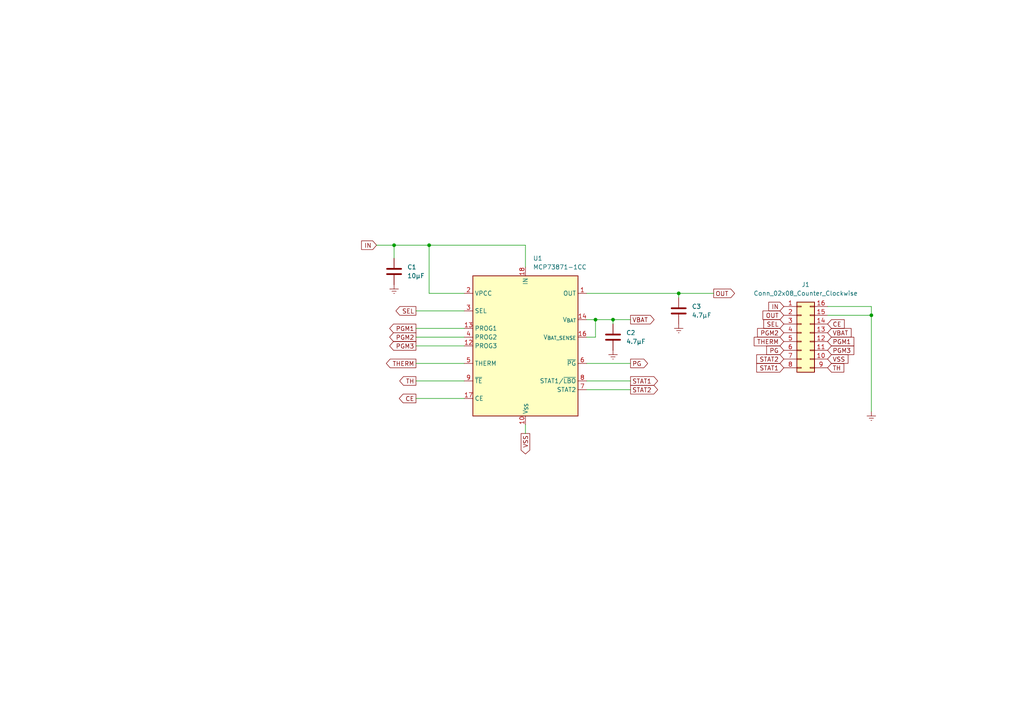
<source format=kicad_sch>
(kicad_sch (version 20230121) (generator eeschema)
  (paper "A4")
  (lib_symbols
    (symbol "Battery_Management:MCP73871-1CC"
      (property "Reference" "U" (at -7.62 24.13 0))
      (property "Value" "MCP73871-1CC" (at -15.24 21.59 0))
      (symbol "MCP73871-1CC_0_1"
        (rectangle (start -15.24 20.32) (end 15.24 -20.32) (stroke (width 0.254)) (fill (type background)))
      )
      (symbol "MCP73871-1CC_1_1"
        (pin power_out line (at 17.78 15.24 180) (length 2.54) (name "OUT") (number "1"))
        (pin power_in line (at 0 -22.86 90) (length 2.54) (name "V_{SS}") (number "10"))
        (pin passive line (at 0 -22.86 90) (length 2.54) hide (name "V_{SS}") (number "11"))
        (pin bidirectional line (at -17.78 0 0) (length 2.54) (name "PROG3") (number "12"))
        (pin bidirectional line (at -17.78 5.08 0) (length 2.54) (name "PROG1") (number "13"))
        (pin power_out line (at 17.78 7.62 180) (length 2.54) (name "V_{BAT}") (number "14"))
        (pin passive line (at 17.78 7.62 180) (length 2.54) hide (name "V_{BAT}") (number "15"))
        (pin input line (at 17.78 2.54 180) (length 2.54) (name "V_{BAT_SENSE}") (number "16"))
        (pin input line (at -17.78 -15.24 0) (length 2.54) (name "CE") (number "17"))
        (pin power_in line (at 0 22.86 270) (length 2.54) (name "IN") (number "18"))
        (pin passive line (at 0 22.86 270) (length 2.54) hide (name "IN") (number "19"))
        (pin input line (at -17.78 15.24 0) (length 2.54) (name "VPCC") (number "2"))
        (pin passive line (at 17.78 15.24 180) (length 2.54) hide (name "OUT") (number "20"))
        (pin passive line (at 0 -22.86 90) (length 2.54) hide (name "V_{SS}") (number "21"))
        (pin input line (at -17.78 10.16 0) (length 2.54) (name "SEL") (number "3"))
        (pin input line (at -17.78 2.54 0) (length 2.54) (name "PROG2") (number "4"))
        (pin bidirectional line (at -17.78 -5.08 0) (length 2.54) (name "THERM") (number "5"))
        (pin open_collector line (at 17.78 -5.08 180) (length 2.54) (name "~{PG}") (number "6"))
        (pin open_collector line (at 17.78 -12.7 180) (length 2.54) (name "STAT2") (number "7"))
        (pin open_collector line (at 17.78 -10.16 180) (length 2.54) (name "STAT1/~{LBO}") (number "8"))
        (pin input line (at -17.78 -10.16 0) (length 2.54) (name "~{TE}") (number "9"))
      )
    )
    (symbol "Connector_Generic:Conn_02x08_Counter_Clockwise" (pin_names (offset 1.016) hide)
      (property "Reference" "J" (at 1.27 10.16 0))
      (property "Value" "Conn_02x08_Counter_Clockwise" (at 1.27 -12.7 0))
      (symbol "Conn_02x08_Counter_Clockwise_1_1"
        (rectangle (start -1.27 -10.033) (end 0 -10.287) (stroke (width 0.1524)))
        (rectangle (start -1.27 -7.493) (end 0 -7.747) (stroke (width 0.1524)))
        (rectangle (start -1.27 -4.953) (end 0 -5.207) (stroke (width 0.1524)))
        (rectangle (start -1.27 -2.413) (end 0 -2.667) (stroke (width 0.1524)))
        (rectangle (start -1.27 0.127) (end 0 -0.127) (stroke (width 0.1524)))
        (rectangle (start -1.27 2.667) (end 0 2.413) (stroke (width 0.1524)))
        (rectangle (start -1.27 5.207) (end 0 4.953) (stroke (width 0.1524)))
        (rectangle (start -1.27 7.747) (end 0 7.493) (stroke (width 0.1524)))
        (rectangle (start -1.27 8.89) (end 3.81 -11.43) (stroke (width 0.254)) (fill (type background)))
        (rectangle (start 3.81 -10.033) (end 2.54 -10.287) (stroke (width 0.1524)))
        (rectangle (start 3.81 -7.493) (end 2.54 -7.747) (stroke (width 0.1524)))
        (rectangle (start 3.81 -4.953) (end 2.54 -5.207) (stroke (width 0.1524)))
        (rectangle (start 3.81 -2.413) (end 2.54 -2.667) (stroke (width 0.1524)))
        (rectangle (start 3.81 0.127) (end 2.54 -0.127) (stroke (width 0.1524)))
        (rectangle (start 3.81 2.667) (end 2.54 2.413) (stroke (width 0.1524)))
        (rectangle (start 3.81 5.207) (end 2.54 4.953) (stroke (width 0.1524)))
        (rectangle (start 3.81 7.747) (end 2.54 7.493) (stroke (width 0.1524)))
        (pin passive line (at -5.08 7.62 0) (length 3.81) (name "Pin_1") (number "1"))
        (pin passive line (at 7.62 -7.62 180) (length 3.81) (name "Pin_10") (number "10"))
        (pin passive line (at 7.62 -5.08 180) (length 3.81) (name "Pin_11") (number "11"))
        (pin passive line (at 7.62 -2.54 180) (length 3.81) (name "Pin_12") (number "12"))
        (pin passive line (at 7.62 0 180) (length 3.81) (name "Pin_13") (number "13"))
        (pin passive line (at 7.62 2.54 180) (length 3.81) (name "Pin_14") (number "14"))
        (pin passive line (at 7.62 5.08 180) (length 3.81) (name "Pin_15") (number "15"))
        (pin passive line (at 7.62 7.62 180) (length 3.81) (name "Pin_16") (number "16"))
        (pin passive line (at -5.08 5.08 0) (length 3.81) (name "Pin_2") (number "2"))
        (pin passive line (at -5.08 2.54 0) (length 3.81) (name "Pin_3") (number "3"))
        (pin passive line (at -5.08 0 0) (length 3.81) (name "Pin_4") (number "4"))
        (pin passive line (at -5.08 -2.54 0) (length 3.81) (name "Pin_5") (number "5"))
        (pin passive line (at -5.08 -5.08 0) (length 3.81) (name "Pin_6") (number "6"))
        (pin passive line (at -5.08 -7.62 0) (length 3.81) (name "Pin_7") (number "7"))
        (pin passive line (at -5.08 -10.16 0) (length 3.81) (name "Pin_8") (number "8"))
        (pin passive line (at 7.62 -10.16 180) (length 3.81) (name "Pin_9") (number "9"))
      )
    )
    (symbol "Device:C" (pin_numbers hide) (pin_names (offset 0.254))
      (property "Reference" "C" (at 0.635 2.54 0))
      (property "Value" "C" (at 0.635 -2.54 0))
      (symbol "C_0_1"
        (polyline (pts (xy -2.032 -0.762) (xy 2.032 -0.762)) (stroke (width 0.508)))
        (polyline (pts (xy -2.032 0.762) (xy 2.032 0.762)) (stroke (width 0.508)))
      )
      (symbol "C_1_1"
        (pin passive line (at 0 3.81 270) (length 2.794) (name "~") (number "1"))
        (pin passive line (at 0 -3.81 90) (length 2.794) (name "~") (number "2"))
      )
    )
    (symbol "power:Earth" (power) (pin_names (offset 0))
      (symbol "Earth_0_1"
        (polyline (pts (xy -0.635 -1.905) (xy 0.635 -1.905)))
        (polyline (pts (xy -0.127 -2.54) (xy 0.127 -2.54)))
        (polyline (pts (xy 0 -1.27) (xy 0 0)))
        (polyline (pts (xy 1.27 -1.27) (xy -1.27 -1.27)))
      )
      (symbol "Earth_1_1"
        (pin power_in line (at 0 0 270) (length 0) hide (name "Earth") (number "1"))
      )
    )
  )
  (junction (at 177.8 92.71))
  (junction (at 124.46 71.12))
  (junction (at 252.73 91.44))
  (junction (at 114.3 71.12))
  (junction (at 196.85 85.09))
  (junction (at 172.72 92.71))
  (wire (pts (xy 120.65 97.79) (xy 134.62 97.79)))
  (wire (pts (xy 177.8 92.71) (xy 177.8 93.98)))
  (wire (pts (xy 252.73 91.44) (xy 252.73 119.38)))
  (wire (pts (xy 124.46 85.09) (xy 124.46 71.12)))
  (wire (pts (xy 170.18 105.41) (xy 182.88 105.41)))
  (wire (pts (xy 172.72 92.71) (xy 177.8 92.71)))
  (wire (pts (xy 124.46 71.12) (xy 152.4 71.12)))
  (wire (pts (xy 196.85 85.09) (xy 196.85 86.36)))
  (wire (pts (xy 152.4 77.47) (xy 152.4 71.12)))
  (wire (pts (xy 170.18 97.79) (xy 172.72 97.79)))
  (wire (pts (xy 120.65 95.25) (xy 134.62 95.25)))
  (wire (pts (xy 120.65 105.41) (xy 134.62 105.41)))
  (wire (pts (xy 172.72 97.79) (xy 172.72 92.71)))
  (wire (pts (xy 109.22 71.12) (xy 114.3 71.12)))
  (wire (pts (xy 120.65 90.17) (xy 134.62 90.17)))
  (wire (pts (xy 170.18 92.71) (xy 172.72 92.71)))
  (wire (pts (xy 240.03 88.9) (xy 252.73 88.9)))
  (wire (pts (xy 170.18 85.09) (xy 196.85 85.09)))
  (wire (pts (xy 120.65 100.33) (xy 134.62 100.33)))
  (wire (pts (xy 252.73 88.9) (xy 252.73 91.44)))
  (wire (pts (xy 252.73 91.44) (xy 240.03 91.44)))
  (wire (pts (xy 114.3 71.12) (xy 114.3 74.93)))
  (wire (pts (xy 152.4 123.19) (xy 152.4 125.73)))
  (wire (pts (xy 134.62 85.09) (xy 124.46 85.09)))
  (wire (pts (xy 114.3 71.12) (xy 124.46 71.12)))
  (wire (pts (xy 120.65 110.49) (xy 134.62 110.49)))
  (wire (pts (xy 170.18 113.03) (xy 182.88 113.03)))
  (wire (pts (xy 170.18 110.49) (xy 182.88 110.49)))
  (wire (pts (xy 196.85 85.09) (xy 207.01 85.09)))
  (wire (pts (xy 120.65 115.57) (xy 134.62 115.57)))
  (wire (pts (xy 177.8 92.71) (xy 182.88 92.71)))
  (global_label "PGM2" (shape input) (at 227.33 96.52 180) (property "Intersheetrefs" "${INTERSHEET_REFS}" (effects hide)))
  (global_label "STAT2" (shape output) (at 182.88 113.03 0) (property "Intersheetrefs" "${INTERSHEET_REFS}" (effects hide)))
  (global_label "VSS" (shape output) (at 152.4 125.73 270) (property "Intersheetrefs" "${INTERSHEET_REFS}" (effects hide)))
  (global_label "IN" (shape input) (at 109.22 71.12 180) (property "Intersheetrefs" "${INTERSHEET_REFS}" (effects hide)))
  (global_label "VSS" (shape input) (at 240.03 104.14 0) (property "Intersheetrefs" "${INTERSHEET_REFS}" (effects hide)))
  (global_label "VBAT" (shape output) (at 182.88 92.71 0) (property "Intersheetrefs" "${INTERSHEET_REFS}" (effects hide)))
  (global_label "OUT" (shape output) (at 207.01 85.09 0) (property "Intersheetrefs" "${INTERSHEET_REFS}" (effects hide)))
  (global_label "PGM3" (shape output) (at 120.65 100.33 180) (property "Intersheetrefs" "${INTERSHEET_REFS}" (effects hide)))
  (global_label "VBAT" (shape input) (at 240.03 96.52 0) (property "Intersheetrefs" "${INTERSHEET_REFS}" (effects hide)))
  (global_label "SEL" (shape output) (at 120.65 90.17 180) (property "Intersheetrefs" "${INTERSHEET_REFS}" (effects hide)))
  (global_label "PGM1" (shape input) (at 240.03 99.06 0) (property "Intersheetrefs" "${INTERSHEET_REFS}" (effects hide)))
  (global_label "CE" (shape input) (at 240.03 93.98 0) (property "Intersheetrefs" "${INTERSHEET_REFS}" (effects hide)))
  (global_label "STAT2" (shape input) (at 227.33 104.14 180) (property "Intersheetrefs" "${INTERSHEET_REFS}" (effects hide)))
  (global_label "STAT1" (shape input) (at 227.33 106.68 180) (property "Intersheetrefs" "${INTERSHEET_REFS}" (effects hide)))
  (global_label "CE" (shape output) (at 120.65 115.57 180) (property "Intersheetrefs" "${INTERSHEET_REFS}" (effects hide)))
  (global_label "IN" (shape input) (at 227.33 88.9 180) (property "Intersheetrefs" "${INTERSHEET_REFS}" (effects hide)))
  (global_label "PG" (shape input) (at 227.33 101.6 180) (property "Intersheetrefs" "${INTERSHEET_REFS}" (effects hide)))
  (global_label "THERM" (shape output) (at 120.65 105.41 180) (property "Intersheetrefs" "${INTERSHEET_REFS}" (effects hide)))
  (global_label "SEL" (shape input) (at 227.33 93.98 180) (property "Intersheetrefs" "${INTERSHEET_REFS}" (effects hide)))
  (global_label "PGM1" (shape output) (at 120.65 95.25 180) (property "Intersheetrefs" "${INTERSHEET_REFS}" (effects hide)))
  (global_label "TH" (shape input) (at 240.03 106.68 0) (property "Intersheetrefs" "${INTERSHEET_REFS}" (effects hide)))
  (global_label "PGM2" (shape output) (at 120.65 97.79 180) (property "Intersheetrefs" "${INTERSHEET_REFS}" (effects hide)))
  (global_label "PG" (shape output) (at 182.88 105.41 0) (property "Intersheetrefs" "${INTERSHEET_REFS}" (effects hide)))
  (global_label "PGM3" (shape input) (at 240.03 101.6 0) (property "Intersheetrefs" "${INTERSHEET_REFS}" (effects hide)))
  (global_label "TH" (shape output) (at 120.65 110.49 180) (property "Intersheetrefs" "${INTERSHEET_REFS}" (effects hide)))
  (global_label "THERM" (shape input) (at 227.33 99.06 180) (property "Intersheetrefs" "${INTERSHEET_REFS}" (effects hide)))
  (global_label "OUT" (shape input) (at 227.33 91.44 180) (property "Intersheetrefs" "${INTERSHEET_REFS}" (effects hide)))
  (global_label "STAT1" (shape output) (at 182.88 110.49 0) (property "Intersheetrefs" "${INTERSHEET_REFS}" (effects hide)))
  (symbol (lib_id "Device:C") (at 177.8 97.79 0) (unit 1)
    (property "Reference" "C2" (at 181.61 96.52 0) (effects (justify left)))
    (property "Value" "4.7μF" (at 181.61 99.06 0) (effects (justify left)))
    (property "Footprint" "Capacitor_SMD:C_01005_0402Metric" (effects hide))
  )
  (symbol (lib_id "Connector_Generic:Conn_02x08_Counter_Clockwise") (at 232.41 96.52 0) (unit 1)
    (property "Reference" "J1" (at 233.68 82.55 0))
    (property "Value" "Conn_02x08_Counter_Clockwise" (at 233.68 85.09 0))
    (property "Footprint" "Package_DIP:DIP-16_W10.16mm" (effects hide))
  )
  (symbol (lib_id "power:Earth") (at 252.73 119.38 0) (unit 1)
    (property "Reference" "#PWR04" (effects hide))
    (property "Value" "Earth" (effects hide))
  )
  (symbol (lib_id "Device:C") (at 114.3 78.74 0) (unit 1)
    (property "Reference" "C1" (at 118.11 77.47 0) (effects (justify left)))
    (property "Value" "10μF" (at 118.11 80.01 0) (effects (justify left)))
    (property "Footprint" "Capacitor_SMD:C_01005_0402Metric" (effects hide))
  )
  (symbol (lib_id "power:Earth") (at 114.3 82.55 0) (unit 1)
    (property "Reference" "#PWR02" (effects hide))
    (property "Value" "Earth" (effects hide))
  )
  (symbol (lib_id "power:Earth") (at 196.85 93.98 0) (unit 1)
    (property "Reference" "#PWR03" (effects hide))
    (property "Value" "Earth" (effects hide))
  )
  (symbol (lib_id "Battery_Management:MCP73871-1CC") (at 152.4 100.33 0) (unit 1)
    (property "Reference" "U1" (at 154.5941 74.93 0) (effects (justify left)))
    (property "Value" "MCP73871-1CC" (at 154.5941 77.47 0) (effects (justify left)))
    (property "Footprint" "Package_DFN_QFN:QFN-20-1EP_4x4mm_P0.5mm_EP2.5x2.5mm" (effects hide))
    (property "Datasheet" "http://www.mouser.com/ds/2/268/22090a-52174.pdf" (effects hide))
  )
  (symbol (lib_id "Device:C") (at 196.85 90.17 0) (unit 1)
    (property "Reference" "C3" (at 200.66 88.9 0) (effects (justify left)))
    (property "Value" "4.7μF" (at 200.66 91.44 0) (effects (justify left)))
    (property "Footprint" "Capacitor_SMD:C_01005_0402Metric" (effects hide))
  )
  (symbol (lib_id "power:Earth") (at 177.8 101.6 0) (unit 1)
    (property "Reference" "#PWR01" (effects hide))
    (property "Value" "Earth" (effects hide))
  )
)
</source>
